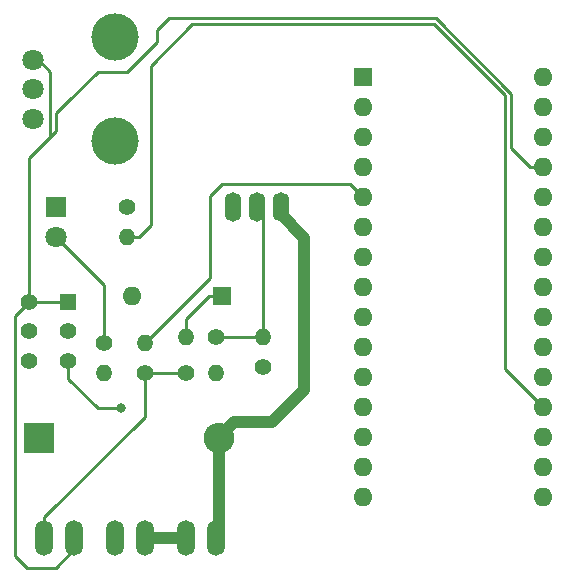
<source format=gbr>
G04 #@! TF.GenerationSoftware,KiCad,Pcbnew,(5.0.0)*
G04 #@! TF.CreationDate,2018-07-27T16:01:01+01:00*
G04 #@! TF.ProjectId,OpenSpritzer,4F70656E53707269747A65722E6B6963,rev?*
G04 #@! TF.SameCoordinates,Original*
G04 #@! TF.FileFunction,Copper,L1,Top,Signal*
G04 #@! TF.FilePolarity,Positive*
%FSLAX46Y46*%
G04 Gerber Fmt 4.6, Leading zero omitted, Abs format (unit mm)*
G04 Created by KiCad (PCBNEW (5.0.0)) date 07/27/18 16:01:01*
%MOMM*%
%LPD*%
G01*
G04 APERTURE LIST*
G04 #@! TA.AperFunction,ComponentPad*
%ADD10O,1.400000X2.500000*%
G04 #@! TD*
G04 #@! TA.AperFunction,WasherPad*
%ADD11C,4.000000*%
G04 #@! TD*
G04 #@! TA.AperFunction,ComponentPad*
%ADD12C,1.800000*%
G04 #@! TD*
G04 #@! TA.AperFunction,ComponentPad*
%ADD13C,1.400000*%
G04 #@! TD*
G04 #@! TA.AperFunction,ComponentPad*
%ADD14R,1.400000X1.400000*%
G04 #@! TD*
G04 #@! TA.AperFunction,ComponentPad*
%ADD15O,1.600000X1.600000*%
G04 #@! TD*
G04 #@! TA.AperFunction,ComponentPad*
%ADD16R,1.600000X1.600000*%
G04 #@! TD*
G04 #@! TA.AperFunction,ComponentPad*
%ADD17R,1.800000X1.800000*%
G04 #@! TD*
G04 #@! TA.AperFunction,ComponentPad*
%ADD18O,2.600000X2.600000*%
G04 #@! TD*
G04 #@! TA.AperFunction,ComponentPad*
%ADD19R,2.600000X2.600000*%
G04 #@! TD*
G04 #@! TA.AperFunction,ComponentPad*
%ADD20O,1.510000X3.010000*%
G04 #@! TD*
G04 #@! TA.AperFunction,ComponentPad*
%ADD21O,1.400000X1.400000*%
G04 #@! TD*
G04 #@! TA.AperFunction,ViaPad*
%ADD22C,0.800000*%
G04 #@! TD*
G04 #@! TA.AperFunction,Conductor*
%ADD23C,0.250000*%
G04 #@! TD*
G04 #@! TA.AperFunction,Conductor*
%ADD24C,1.000000*%
G04 #@! TD*
G04 APERTURE END LIST*
D10*
G04 #@! TO.P,Q1,3*
G04 #@! TO.N,Net-(D3-Pad2)*
X106000000Y-98000000D03*
G04 #@! TO.P,Q1,1*
G04 #@! TO.N,GNDREF*
X102000000Y-98000000D03*
G04 #@! TO.P,Q1,2*
G04 #@! TO.N,Net-(Q1-Pad2)*
X104000000Y-98000000D03*
G04 #@! TD*
D11*
G04 #@! TO.P,RV1,0*
G04 #@! TO.N,*
X92000000Y-92400000D03*
X92000000Y-83600000D03*
D12*
G04 #@! TO.P,RV1,1*
G04 #@! TO.N,GNDREF*
X85000000Y-90500000D03*
G04 #@! TO.P,RV1,2*
G04 #@! TO.N,Net-(R1-Pad1)*
X85000000Y-88000000D03*
G04 #@! TO.P,RV1,3*
G04 #@! TO.N,Net-(A1-Pad27)*
X85000000Y-85500000D03*
G04 #@! TD*
D13*
G04 #@! TO.P,SW1,6*
G04 #@! TO.N,Net-(A1-Pad8)*
X84700000Y-111000000D03*
G04 #@! TO.P,SW1,5*
G04 #@! TO.N,Net-(D2-Pad2)*
X84700000Y-108500000D03*
G04 #@! TO.P,SW1,4*
G04 #@! TO.N,Net-(A1-Pad27)*
X84700000Y-106000000D03*
G04 #@! TO.P,SW1,3*
G04 #@! TO.N,Net-(A1-Pad13)*
X88000000Y-111000000D03*
G04 #@! TO.P,SW1,2*
G04 #@! TO.N,Net-(R2-Pad2)*
X88000000Y-108500000D03*
D14*
G04 #@! TO.P,SW1,1*
G04 #@! TO.N,Net-(A1-Pad27)*
X88000000Y-106000000D03*
G04 #@! TD*
D15*
G04 #@! TO.P,A1,16*
G04 #@! TO.N,Net-(A1-Pad16)*
X128240000Y-122560000D03*
G04 #@! TO.P,A1,15*
G04 #@! TO.N,Net-(A1-Pad15)*
X113000000Y-122560000D03*
G04 #@! TO.P,A1,30*
G04 #@! TO.N,Net-(A1-Pad30)*
X128240000Y-87000000D03*
G04 #@! TO.P,A1,14*
G04 #@! TO.N,Net-(A1-Pad14)*
X113000000Y-120020000D03*
G04 #@! TO.P,A1,29*
G04 #@! TO.N,GNDREF*
X128240000Y-89540000D03*
G04 #@! TO.P,A1,13*
G04 #@! TO.N,Net-(A1-Pad13)*
X113000000Y-117480000D03*
G04 #@! TO.P,A1,28*
G04 #@! TO.N,Net-(A1-Pad28)*
X128240000Y-92080000D03*
G04 #@! TO.P,A1,12*
G04 #@! TO.N,Net-(A1-Pad12)*
X113000000Y-114940000D03*
G04 #@! TO.P,A1,27*
G04 #@! TO.N,Net-(A1-Pad27)*
X128240000Y-94620000D03*
G04 #@! TO.P,A1,11*
G04 #@! TO.N,Net-(A1-Pad11)*
X113000000Y-112400000D03*
G04 #@! TO.P,A1,26*
G04 #@! TO.N,Net-(A1-Pad26)*
X128240000Y-97160000D03*
G04 #@! TO.P,A1,10*
G04 #@! TO.N,Net-(A1-Pad10)*
X113000000Y-109860000D03*
G04 #@! TO.P,A1,25*
G04 #@! TO.N,Net-(A1-Pad25)*
X128240000Y-99700000D03*
G04 #@! TO.P,A1,9*
G04 #@! TO.N,Net-(A1-Pad9)*
X113000000Y-107320000D03*
G04 #@! TO.P,A1,24*
G04 #@! TO.N,Net-(A1-Pad24)*
X128240000Y-102240000D03*
G04 #@! TO.P,A1,8*
G04 #@! TO.N,Net-(A1-Pad8)*
X113000000Y-104780000D03*
G04 #@! TO.P,A1,23*
G04 #@! TO.N,Net-(A1-Pad23)*
X128240000Y-104780000D03*
G04 #@! TO.P,A1,7*
G04 #@! TO.N,Net-(A1-Pad7)*
X113000000Y-102240000D03*
G04 #@! TO.P,A1,22*
G04 #@! TO.N,Net-(A1-Pad22)*
X128240000Y-107320000D03*
G04 #@! TO.P,A1,6*
G04 #@! TO.N,Net-(A1-Pad6)*
X113000000Y-99700000D03*
G04 #@! TO.P,A1,21*
G04 #@! TO.N,Net-(A1-Pad21)*
X128240000Y-109860000D03*
G04 #@! TO.P,A1,5*
G04 #@! TO.N,Net-(A1-Pad5)*
X113000000Y-97160000D03*
G04 #@! TO.P,A1,20*
G04 #@! TO.N,Net-(A1-Pad20)*
X128240000Y-112400000D03*
G04 #@! TO.P,A1,4*
G04 #@! TO.N,GNDREF*
X113000000Y-94620000D03*
G04 #@! TO.P,A1,19*
G04 #@! TO.N,Net-(A1-Pad19)*
X128240000Y-114940000D03*
G04 #@! TO.P,A1,3*
G04 #@! TO.N,Net-(A1-Pad3)*
X113000000Y-92080000D03*
G04 #@! TO.P,A1,18*
G04 #@! TO.N,Net-(A1-Pad18)*
X128240000Y-117480000D03*
G04 #@! TO.P,A1,2*
G04 #@! TO.N,Net-(A1-Pad2)*
X113000000Y-89540000D03*
G04 #@! TO.P,A1,17*
G04 #@! TO.N,Net-(A1-Pad17)*
X128240000Y-120020000D03*
D16*
G04 #@! TO.P,A1,1*
G04 #@! TO.N,Net-(A1-Pad1)*
X113000000Y-87000000D03*
G04 #@! TD*
D12*
G04 #@! TO.P,D1,2*
G04 #@! TO.N,Net-(D1-Pad2)*
X87000000Y-100540000D03*
D17*
G04 #@! TO.P,D1,1*
G04 #@! TO.N,GNDREF*
X87000000Y-98000000D03*
G04 #@! TD*
D16*
G04 #@! TO.P,D2,1*
G04 #@! TO.N,Net-(D2-Pad1)*
X101000000Y-105500000D03*
D15*
G04 #@! TO.P,D2,2*
G04 #@! TO.N,Net-(D2-Pad2)*
X93380000Y-105500000D03*
G04 #@! TD*
D18*
G04 #@! TO.P,D3,2*
G04 #@! TO.N,Net-(D3-Pad2)*
X100740000Y-117500000D03*
D19*
G04 #@! TO.P,D3,1*
G04 #@! TO.N,+24V*
X85500000Y-117500000D03*
G04 #@! TD*
D20*
G04 #@! TO.P,J1,2*
G04 #@! TO.N,Net-(A1-Pad27)*
X88540000Y-126000000D03*
G04 #@! TO.P,J1,1*
G04 #@! TO.N,Net-(J1-Pad1)*
X86000000Y-126000000D03*
G04 #@! TD*
G04 #@! TO.P,J2,2*
G04 #@! TO.N,+24V*
X94540000Y-126000000D03*
G04 #@! TO.P,J2,1*
G04 #@! TO.N,GNDREF*
X92000000Y-126000000D03*
G04 #@! TD*
G04 #@! TO.P,J3,1*
G04 #@! TO.N,+24V*
X98000000Y-126000000D03*
G04 #@! TO.P,J3,2*
G04 #@! TO.N,Net-(D3-Pad2)*
X100540000Y-126000000D03*
G04 #@! TD*
D13*
G04 #@! TO.P,R1,1*
G04 #@! TO.N,Net-(R1-Pad1)*
X93000000Y-98000000D03*
D21*
G04 #@! TO.P,R1,2*
G04 #@! TO.N,Net-(A1-Pad19)*
X93000000Y-100540000D03*
G04 #@! TD*
G04 #@! TO.P,R2,2*
G04 #@! TO.N,Net-(R2-Pad2)*
X91000000Y-112040000D03*
D13*
G04 #@! TO.P,R2,1*
G04 #@! TO.N,Net-(D1-Pad2)*
X91000000Y-109500000D03*
G04 #@! TD*
D21*
G04 #@! TO.P,R3,2*
G04 #@! TO.N,Net-(A1-Pad5)*
X94500000Y-109460000D03*
D13*
G04 #@! TO.P,R3,1*
G04 #@! TO.N,Net-(J1-Pad1)*
X94500000Y-112000000D03*
G04 #@! TD*
D21*
G04 #@! TO.P,R4,2*
G04 #@! TO.N,Net-(D2-Pad1)*
X97960000Y-109000000D03*
D13*
G04 #@! TO.P,R4,1*
G04 #@! TO.N,Net-(Q1-Pad2)*
X100500000Y-109000000D03*
G04 #@! TD*
G04 #@! TO.P,R5,1*
G04 #@! TO.N,Net-(J1-Pad1)*
X98000000Y-112000000D03*
D21*
G04 #@! TO.P,R5,2*
G04 #@! TO.N,GNDREF*
X100540000Y-112000000D03*
G04 #@! TD*
G04 #@! TO.P,R6,2*
G04 #@! TO.N,Net-(Q1-Pad2)*
X104500000Y-108960000D03*
D13*
G04 #@! TO.P,R6,1*
G04 #@! TO.N,GNDREF*
X104500000Y-111500000D03*
G04 #@! TD*
D22*
G04 #@! TO.N,Net-(A1-Pad13)*
X92500000Y-115000000D03*
G04 #@! TD*
D23*
G04 #@! TO.N,Net-(A1-Pad13)*
X92500000Y-115000000D02*
X90500000Y-115000000D01*
X88000000Y-112500000D02*
X88000000Y-111000000D01*
X90500000Y-115000000D02*
X88000000Y-112500000D01*
G04 #@! TO.N,Net-(A1-Pad27)*
X84700000Y-106000000D02*
X88000000Y-106000000D01*
X85000000Y-85500000D02*
X85500000Y-85500000D01*
X85500000Y-85500000D02*
X86500000Y-86500000D01*
X86500000Y-86500000D02*
X86500000Y-92000000D01*
X84700000Y-93800000D02*
X84700000Y-106000000D01*
X86500000Y-92000000D02*
X84700000Y-93800000D01*
X127108630Y-94620000D02*
X126488630Y-94000000D01*
X128240000Y-94620000D02*
X127108630Y-94620000D01*
X126488630Y-94000000D02*
X126488630Y-93988630D01*
X126488630Y-93988630D02*
X125500000Y-93000000D01*
X125500000Y-88363590D02*
X119136410Y-82000000D01*
X125500000Y-93000000D02*
X125500000Y-88363590D01*
X119136410Y-82000000D02*
X105500000Y-82000000D01*
X88000000Y-89000000D02*
X87000000Y-90000000D01*
X87000000Y-90000000D02*
X87000000Y-91500000D01*
X87000000Y-91500000D02*
X86500000Y-92000000D01*
X88540000Y-126000000D02*
X88540000Y-126750000D01*
X83500000Y-127500000D02*
X83500000Y-107200000D01*
X83500000Y-107200000D02*
X84700000Y-106000000D01*
X88540000Y-126000000D02*
X88540000Y-126960000D01*
X88540000Y-126960000D02*
X87000000Y-128500000D01*
X87000000Y-128500000D02*
X84500000Y-128500000D01*
X84500000Y-128500000D02*
X83500000Y-127500000D01*
X88000000Y-89000000D02*
X90500000Y-86500000D01*
X90500000Y-86500000D02*
X92500000Y-86500000D01*
X92500000Y-86500000D02*
X93000000Y-86500000D01*
X93000000Y-86500000D02*
X95500000Y-84000000D01*
X95500000Y-84000000D02*
X95500000Y-83000000D01*
X95500000Y-83000000D02*
X96500000Y-82000000D01*
X96500000Y-82000000D02*
X105500000Y-82000000D01*
G04 #@! TO.N,Net-(A1-Pad5)*
X94500000Y-109460000D02*
X100000000Y-103960000D01*
X100000000Y-103960000D02*
X100000000Y-97000000D01*
X100000000Y-97000000D02*
X101000000Y-96000000D01*
X111840000Y-96000000D02*
X113000000Y-97160000D01*
X101000000Y-96000000D02*
X111840000Y-96000000D01*
G04 #@! TO.N,Net-(A1-Pad19)*
X125000000Y-88500000D02*
X125000000Y-111700000D01*
X93000000Y-100540000D02*
X93989949Y-100540000D01*
X93989949Y-100540000D02*
X95000000Y-99529949D01*
X125000000Y-111700000D02*
X128240000Y-114940000D01*
X95000000Y-86000000D02*
X98500000Y-82500000D01*
X95000000Y-99529949D02*
X95000000Y-86000000D01*
X98500000Y-82500000D02*
X119000000Y-82500000D01*
X119000000Y-82500000D02*
X125000000Y-88500000D01*
G04 #@! TO.N,Net-(D1-Pad2)*
X91000000Y-104540000D02*
X87000000Y-100540000D01*
X91000000Y-109500000D02*
X91000000Y-104540000D01*
G04 #@! TO.N,Net-(D2-Pad1)*
X97960000Y-108010051D02*
X97960000Y-109000000D01*
X97960000Y-107490000D02*
X97960000Y-108010051D01*
X99950000Y-105500000D02*
X97960000Y-107490000D01*
X101000000Y-105500000D02*
X99950000Y-105500000D01*
D24*
G04 #@! TO.N,Net-(D3-Pad2)*
X100740000Y-125800000D02*
X100540000Y-126000000D01*
X100740000Y-117500000D02*
X100740000Y-125800000D01*
X106000000Y-98550000D02*
X106000000Y-98000000D01*
X108000000Y-100550000D02*
X106000000Y-98550000D01*
X108000000Y-113500000D02*
X108000000Y-100550000D01*
X105299999Y-116200001D02*
X108000000Y-113500000D01*
X102039999Y-116200001D02*
X105299999Y-116200001D01*
X100740000Y-117500000D02*
X102039999Y-116200001D01*
G04 #@! TO.N,+24V*
X94540000Y-126000000D02*
X98000000Y-126000000D01*
D23*
G04 #@! TO.N,Net-(J1-Pad1)*
X98000000Y-112000000D02*
X94500000Y-112000000D01*
X94500000Y-112989949D02*
X94500000Y-112000000D01*
X94500000Y-115745000D02*
X94500000Y-112989949D01*
X86000000Y-124245000D02*
X94500000Y-115745000D01*
X86000000Y-126000000D02*
X86000000Y-124245000D01*
G04 #@! TO.N,Net-(Q1-Pad2)*
X104460000Y-109000000D02*
X104500000Y-108960000D01*
X100500000Y-109000000D02*
X104460000Y-109000000D01*
X104500000Y-98500000D02*
X104000000Y-98000000D01*
X104500000Y-108960000D02*
X104500000Y-98500000D01*
G04 #@! TD*
M02*

</source>
